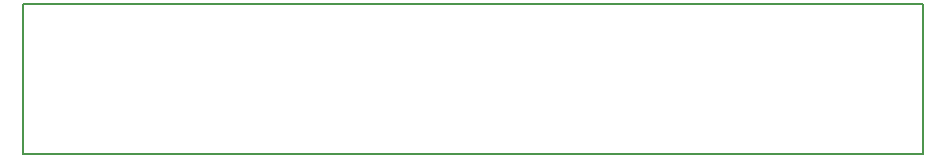
<source format=gto>
G04 Smart Collar 2.0 - Top Silk Screen Layer*
%FSLAX24Y24*%
%MOIN*%
%ADD10C,0.0060*%
D10*
X020000Y015000D02*
X050000Y015000D01*
X050000Y020000D01*
X020000Y020000D01*
X020000Y015000D01*
M02*

</source>
